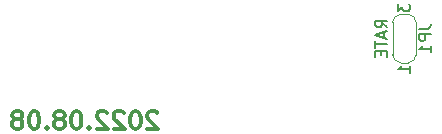
<source format=gbr>
%TF.GenerationSoftware,KiCad,Pcbnew,(5.1.12)-1*%
%TF.CreationDate,2022-08-12T23:07:16+09:00*%
%TF.ProjectId,STAC,53544143-2e6b-4696-9361-645f70636258,rev?*%
%TF.SameCoordinates,Original*%
%TF.FileFunction,Legend,Bot*%
%TF.FilePolarity,Positive*%
%FSLAX46Y46*%
G04 Gerber Fmt 4.6, Leading zero omitted, Abs format (unit mm)*
G04 Created by KiCad (PCBNEW (5.1.12)-1) date 2022-08-12 23:07:16*
%MOMM*%
%LPD*%
G01*
G04 APERTURE LIST*
%ADD10C,0.300000*%
%ADD11C,0.120000*%
%ADD12C,0.150000*%
G04 APERTURE END LIST*
D10*
X91486857Y-90761428D02*
X91415428Y-90690000D01*
X91272571Y-90618571D01*
X90915428Y-90618571D01*
X90772571Y-90690000D01*
X90701142Y-90761428D01*
X90629714Y-90904285D01*
X90629714Y-91047142D01*
X90701142Y-91261428D01*
X91558285Y-92118571D01*
X90629714Y-92118571D01*
X89701142Y-90618571D02*
X89558285Y-90618571D01*
X89415428Y-90690000D01*
X89344000Y-90761428D01*
X89272571Y-90904285D01*
X89201142Y-91190000D01*
X89201142Y-91547142D01*
X89272571Y-91832857D01*
X89344000Y-91975714D01*
X89415428Y-92047142D01*
X89558285Y-92118571D01*
X89701142Y-92118571D01*
X89844000Y-92047142D01*
X89915428Y-91975714D01*
X89986857Y-91832857D01*
X90058285Y-91547142D01*
X90058285Y-91190000D01*
X89986857Y-90904285D01*
X89915428Y-90761428D01*
X89844000Y-90690000D01*
X89701142Y-90618571D01*
X88629714Y-90761428D02*
X88558285Y-90690000D01*
X88415428Y-90618571D01*
X88058285Y-90618571D01*
X87915428Y-90690000D01*
X87844000Y-90761428D01*
X87772571Y-90904285D01*
X87772571Y-91047142D01*
X87844000Y-91261428D01*
X88701142Y-92118571D01*
X87772571Y-92118571D01*
X87201142Y-90761428D02*
X87129714Y-90690000D01*
X86986857Y-90618571D01*
X86629714Y-90618571D01*
X86486857Y-90690000D01*
X86415428Y-90761428D01*
X86344000Y-90904285D01*
X86344000Y-91047142D01*
X86415428Y-91261428D01*
X87272571Y-92118571D01*
X86344000Y-92118571D01*
X85701142Y-91975714D02*
X85629714Y-92047142D01*
X85701142Y-92118571D01*
X85772571Y-92047142D01*
X85701142Y-91975714D01*
X85701142Y-92118571D01*
X84701142Y-90618571D02*
X84558285Y-90618571D01*
X84415428Y-90690000D01*
X84344000Y-90761428D01*
X84272571Y-90904285D01*
X84201142Y-91190000D01*
X84201142Y-91547142D01*
X84272571Y-91832857D01*
X84344000Y-91975714D01*
X84415428Y-92047142D01*
X84558285Y-92118571D01*
X84701142Y-92118571D01*
X84844000Y-92047142D01*
X84915428Y-91975714D01*
X84986857Y-91832857D01*
X85058285Y-91547142D01*
X85058285Y-91190000D01*
X84986857Y-90904285D01*
X84915428Y-90761428D01*
X84844000Y-90690000D01*
X84701142Y-90618571D01*
X83344000Y-91261428D02*
X83486857Y-91190000D01*
X83558285Y-91118571D01*
X83629714Y-90975714D01*
X83629714Y-90904285D01*
X83558285Y-90761428D01*
X83486857Y-90690000D01*
X83344000Y-90618571D01*
X83058285Y-90618571D01*
X82915428Y-90690000D01*
X82844000Y-90761428D01*
X82772571Y-90904285D01*
X82772571Y-90975714D01*
X82844000Y-91118571D01*
X82915428Y-91190000D01*
X83058285Y-91261428D01*
X83344000Y-91261428D01*
X83486857Y-91332857D01*
X83558285Y-91404285D01*
X83629714Y-91547142D01*
X83629714Y-91832857D01*
X83558285Y-91975714D01*
X83486857Y-92047142D01*
X83344000Y-92118571D01*
X83058285Y-92118571D01*
X82915428Y-92047142D01*
X82844000Y-91975714D01*
X82772571Y-91832857D01*
X82772571Y-91547142D01*
X82844000Y-91404285D01*
X82915428Y-91332857D01*
X83058285Y-91261428D01*
X82129714Y-91975714D02*
X82058285Y-92047142D01*
X82129714Y-92118571D01*
X82201142Y-92047142D01*
X82129714Y-91975714D01*
X82129714Y-92118571D01*
X81129714Y-90618571D02*
X80986857Y-90618571D01*
X80844000Y-90690000D01*
X80772571Y-90761428D01*
X80701142Y-90904285D01*
X80629714Y-91190000D01*
X80629714Y-91547142D01*
X80701142Y-91832857D01*
X80772571Y-91975714D01*
X80844000Y-92047142D01*
X80986857Y-92118571D01*
X81129714Y-92118571D01*
X81272571Y-92047142D01*
X81344000Y-91975714D01*
X81415428Y-91832857D01*
X81486857Y-91547142D01*
X81486857Y-91190000D01*
X81415428Y-90904285D01*
X81344000Y-90761428D01*
X81272571Y-90690000D01*
X81129714Y-90618571D01*
X79772571Y-91261428D02*
X79915428Y-91190000D01*
X79986857Y-91118571D01*
X80058285Y-90975714D01*
X80058285Y-90904285D01*
X79986857Y-90761428D01*
X79915428Y-90690000D01*
X79772571Y-90618571D01*
X79486857Y-90618571D01*
X79344000Y-90690000D01*
X79272571Y-90761428D01*
X79201142Y-90904285D01*
X79201142Y-90975714D01*
X79272571Y-91118571D01*
X79344000Y-91190000D01*
X79486857Y-91261428D01*
X79772571Y-91261428D01*
X79915428Y-91332857D01*
X79986857Y-91404285D01*
X80058285Y-91547142D01*
X80058285Y-91832857D01*
X79986857Y-91975714D01*
X79915428Y-92047142D01*
X79772571Y-92118571D01*
X79486857Y-92118571D01*
X79344000Y-92047142D01*
X79272571Y-91975714D01*
X79201142Y-91832857D01*
X79201142Y-91547142D01*
X79272571Y-91404285D01*
X79344000Y-91332857D01*
X79486857Y-91261428D01*
D11*
%TO.C,JP1*%
X112095000Y-86505000D02*
X112695000Y-86505000D01*
X111395000Y-83055000D02*
X111395000Y-85855000D01*
X112695000Y-82405000D02*
X112095000Y-82405000D01*
X113395000Y-85855000D02*
X113395000Y-83055000D01*
X113395000Y-83105000D02*
G75*
G03*
X112695000Y-82405000I-700000J0D01*
G01*
X112095000Y-82405000D02*
G75*
G03*
X111395000Y-83105000I0J-700000D01*
G01*
X111395000Y-85805000D02*
G75*
G03*
X112095000Y-86505000I700000J0D01*
G01*
X112695000Y-86505000D02*
G75*
G03*
X113395000Y-85805000I0J700000D01*
G01*
D12*
X113647380Y-83621666D02*
X114361666Y-83621666D01*
X114504523Y-83574047D01*
X114599761Y-83478809D01*
X114647380Y-83335952D01*
X114647380Y-83240714D01*
X114647380Y-84097857D02*
X113647380Y-84097857D01*
X113647380Y-84478809D01*
X113695000Y-84574047D01*
X113742619Y-84621666D01*
X113837857Y-84669285D01*
X113980714Y-84669285D01*
X114075952Y-84621666D01*
X114123571Y-84574047D01*
X114171190Y-84478809D01*
X114171190Y-84097857D01*
X114647380Y-85621666D02*
X114647380Y-85050238D01*
X114647380Y-85335952D02*
X113647380Y-85335952D01*
X113790238Y-85240714D01*
X113885476Y-85145476D01*
X113933095Y-85050238D01*
X110947380Y-83502619D02*
X110471190Y-83169285D01*
X110947380Y-82931190D02*
X109947380Y-82931190D01*
X109947380Y-83312142D01*
X109995000Y-83407380D01*
X110042619Y-83455000D01*
X110137857Y-83502619D01*
X110280714Y-83502619D01*
X110375952Y-83455000D01*
X110423571Y-83407380D01*
X110471190Y-83312142D01*
X110471190Y-82931190D01*
X110661666Y-83883571D02*
X110661666Y-84359761D01*
X110947380Y-83788333D02*
X109947380Y-84121666D01*
X110947380Y-84455000D01*
X109947380Y-84645476D02*
X109947380Y-85216904D01*
X110947380Y-84931190D02*
X109947380Y-84931190D01*
X110423571Y-85550238D02*
X110423571Y-85883571D01*
X110947380Y-86026428D02*
X110947380Y-85550238D01*
X109947380Y-85550238D01*
X109947380Y-86026428D01*
X111847380Y-81521666D02*
X111847380Y-82140714D01*
X112228333Y-81807380D01*
X112228333Y-81950238D01*
X112275952Y-82045476D01*
X112323571Y-82093095D01*
X112418809Y-82140714D01*
X112656904Y-82140714D01*
X112752142Y-82093095D01*
X112799761Y-82045476D01*
X112847380Y-81950238D01*
X112847380Y-81664523D01*
X112799761Y-81569285D01*
X112752142Y-81521666D01*
X112847380Y-87340714D02*
X112847380Y-86769285D01*
X112847380Y-87055000D02*
X111847380Y-87055000D01*
X111990238Y-86959761D01*
X112085476Y-86864523D01*
X112133095Y-86769285D01*
%TD*%
M02*

</source>
